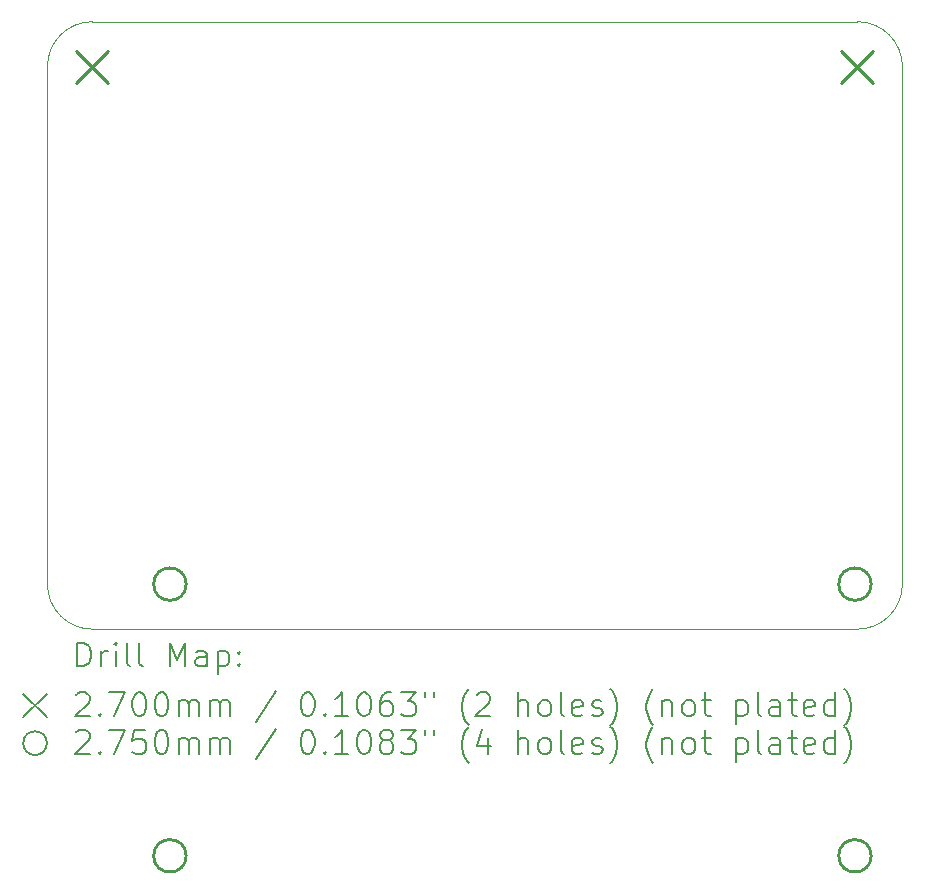
<source format=gbr>
%FSLAX45Y45*%
G04 Gerber Fmt 4.5, Leading zero omitted, Abs format (unit mm)*
G04 Created by KiCad (PCBNEW (6.0.0)) date 2022-02-07 22:24:20*
%MOMM*%
%LPD*%
G01*
G04 APERTURE LIST*
%TA.AperFunction,Profile*%
%ADD10C,0.100000*%
%TD*%
%ADD11C,0.200000*%
%ADD12C,0.270000*%
%ADD13C,0.275000*%
G04 APERTURE END LIST*
D10*
X9461500Y-4064000D02*
G75*
G03*
X9080500Y-4445000I0J-381000D01*
G01*
X9080500Y-8826500D02*
X9080500Y-4445000D01*
X9080500Y-8826500D02*
G75*
G03*
X9461500Y-9207500I381000J0D01*
G01*
X9461500Y-4064000D02*
X15938500Y-4064000D01*
X15938500Y-9207500D02*
G75*
G03*
X16319500Y-8826500I0J381000D01*
G01*
X16319500Y-4445000D02*
X16319500Y-8826500D01*
X15938500Y-9207500D02*
X9461500Y-9207500D01*
X16319500Y-4445000D02*
G75*
G03*
X15938500Y-4064000I-381000J0D01*
G01*
D11*
D12*
X9326500Y-4310000D02*
X9596500Y-4580000D01*
X9596500Y-4310000D02*
X9326500Y-4580000D01*
X15803500Y-4310000D02*
X16073500Y-4580000D01*
X16073500Y-4310000D02*
X15803500Y-4580000D01*
D13*
X10255000Y-8826500D02*
G75*
G03*
X10255000Y-8826500I-137500J0D01*
G01*
X10255000Y-11126500D02*
G75*
G03*
X10255000Y-11126500I-137500J0D01*
G01*
X16055000Y-8826500D02*
G75*
G03*
X16055000Y-8826500I-137500J0D01*
G01*
X16055000Y-11126500D02*
G75*
G03*
X16055000Y-11126500I-137500J0D01*
G01*
D11*
X9333119Y-9522976D02*
X9333119Y-9322976D01*
X9380738Y-9322976D01*
X9409310Y-9332500D01*
X9428357Y-9351548D01*
X9437881Y-9370595D01*
X9447405Y-9408690D01*
X9447405Y-9437262D01*
X9437881Y-9475357D01*
X9428357Y-9494405D01*
X9409310Y-9513452D01*
X9380738Y-9522976D01*
X9333119Y-9522976D01*
X9533119Y-9522976D02*
X9533119Y-9389643D01*
X9533119Y-9427738D02*
X9542643Y-9408690D01*
X9552167Y-9399167D01*
X9571214Y-9389643D01*
X9590262Y-9389643D01*
X9656929Y-9522976D02*
X9656929Y-9389643D01*
X9656929Y-9322976D02*
X9647405Y-9332500D01*
X9656929Y-9342024D01*
X9666452Y-9332500D01*
X9656929Y-9322976D01*
X9656929Y-9342024D01*
X9780738Y-9522976D02*
X9761690Y-9513452D01*
X9752167Y-9494405D01*
X9752167Y-9322976D01*
X9885500Y-9522976D02*
X9866452Y-9513452D01*
X9856929Y-9494405D01*
X9856929Y-9322976D01*
X10114071Y-9522976D02*
X10114071Y-9322976D01*
X10180738Y-9465833D01*
X10247405Y-9322976D01*
X10247405Y-9522976D01*
X10428357Y-9522976D02*
X10428357Y-9418214D01*
X10418833Y-9399167D01*
X10399786Y-9389643D01*
X10361690Y-9389643D01*
X10342643Y-9399167D01*
X10428357Y-9513452D02*
X10409310Y-9522976D01*
X10361690Y-9522976D01*
X10342643Y-9513452D01*
X10333119Y-9494405D01*
X10333119Y-9475357D01*
X10342643Y-9456310D01*
X10361690Y-9446786D01*
X10409310Y-9446786D01*
X10428357Y-9437262D01*
X10523595Y-9389643D02*
X10523595Y-9589643D01*
X10523595Y-9399167D02*
X10542643Y-9389643D01*
X10580738Y-9389643D01*
X10599786Y-9399167D01*
X10609310Y-9408690D01*
X10618833Y-9427738D01*
X10618833Y-9484881D01*
X10609310Y-9503929D01*
X10599786Y-9513452D01*
X10580738Y-9522976D01*
X10542643Y-9522976D01*
X10523595Y-9513452D01*
X10704548Y-9503929D02*
X10714071Y-9513452D01*
X10704548Y-9522976D01*
X10695024Y-9513452D01*
X10704548Y-9503929D01*
X10704548Y-9522976D01*
X10704548Y-9399167D02*
X10714071Y-9408690D01*
X10704548Y-9418214D01*
X10695024Y-9408690D01*
X10704548Y-9399167D01*
X10704548Y-9418214D01*
X8875500Y-9752500D02*
X9075500Y-9952500D01*
X9075500Y-9752500D02*
X8875500Y-9952500D01*
X9323595Y-9762024D02*
X9333119Y-9752500D01*
X9352167Y-9742976D01*
X9399786Y-9742976D01*
X9418833Y-9752500D01*
X9428357Y-9762024D01*
X9437881Y-9781071D01*
X9437881Y-9800119D01*
X9428357Y-9828690D01*
X9314071Y-9942976D01*
X9437881Y-9942976D01*
X9523595Y-9923929D02*
X9533119Y-9933452D01*
X9523595Y-9942976D01*
X9514071Y-9933452D01*
X9523595Y-9923929D01*
X9523595Y-9942976D01*
X9599786Y-9742976D02*
X9733119Y-9742976D01*
X9647405Y-9942976D01*
X9847405Y-9742976D02*
X9866452Y-9742976D01*
X9885500Y-9752500D01*
X9895024Y-9762024D01*
X9904548Y-9781071D01*
X9914071Y-9819167D01*
X9914071Y-9866786D01*
X9904548Y-9904881D01*
X9895024Y-9923929D01*
X9885500Y-9933452D01*
X9866452Y-9942976D01*
X9847405Y-9942976D01*
X9828357Y-9933452D01*
X9818833Y-9923929D01*
X9809310Y-9904881D01*
X9799786Y-9866786D01*
X9799786Y-9819167D01*
X9809310Y-9781071D01*
X9818833Y-9762024D01*
X9828357Y-9752500D01*
X9847405Y-9742976D01*
X10037881Y-9742976D02*
X10056929Y-9742976D01*
X10075976Y-9752500D01*
X10085500Y-9762024D01*
X10095024Y-9781071D01*
X10104548Y-9819167D01*
X10104548Y-9866786D01*
X10095024Y-9904881D01*
X10085500Y-9923929D01*
X10075976Y-9933452D01*
X10056929Y-9942976D01*
X10037881Y-9942976D01*
X10018833Y-9933452D01*
X10009310Y-9923929D01*
X9999786Y-9904881D01*
X9990262Y-9866786D01*
X9990262Y-9819167D01*
X9999786Y-9781071D01*
X10009310Y-9762024D01*
X10018833Y-9752500D01*
X10037881Y-9742976D01*
X10190262Y-9942976D02*
X10190262Y-9809643D01*
X10190262Y-9828690D02*
X10199786Y-9819167D01*
X10218833Y-9809643D01*
X10247405Y-9809643D01*
X10266452Y-9819167D01*
X10275976Y-9838214D01*
X10275976Y-9942976D01*
X10275976Y-9838214D02*
X10285500Y-9819167D01*
X10304548Y-9809643D01*
X10333119Y-9809643D01*
X10352167Y-9819167D01*
X10361690Y-9838214D01*
X10361690Y-9942976D01*
X10456929Y-9942976D02*
X10456929Y-9809643D01*
X10456929Y-9828690D02*
X10466452Y-9819167D01*
X10485500Y-9809643D01*
X10514071Y-9809643D01*
X10533119Y-9819167D01*
X10542643Y-9838214D01*
X10542643Y-9942976D01*
X10542643Y-9838214D02*
X10552167Y-9819167D01*
X10571214Y-9809643D01*
X10599786Y-9809643D01*
X10618833Y-9819167D01*
X10628357Y-9838214D01*
X10628357Y-9942976D01*
X11018833Y-9733452D02*
X10847405Y-9990595D01*
X11275976Y-9742976D02*
X11295024Y-9742976D01*
X11314071Y-9752500D01*
X11323595Y-9762024D01*
X11333119Y-9781071D01*
X11342643Y-9819167D01*
X11342643Y-9866786D01*
X11333119Y-9904881D01*
X11323595Y-9923929D01*
X11314071Y-9933452D01*
X11295024Y-9942976D01*
X11275976Y-9942976D01*
X11256928Y-9933452D01*
X11247405Y-9923929D01*
X11237881Y-9904881D01*
X11228357Y-9866786D01*
X11228357Y-9819167D01*
X11237881Y-9781071D01*
X11247405Y-9762024D01*
X11256928Y-9752500D01*
X11275976Y-9742976D01*
X11428357Y-9923929D02*
X11437881Y-9933452D01*
X11428357Y-9942976D01*
X11418833Y-9933452D01*
X11428357Y-9923929D01*
X11428357Y-9942976D01*
X11628357Y-9942976D02*
X11514071Y-9942976D01*
X11571214Y-9942976D02*
X11571214Y-9742976D01*
X11552167Y-9771548D01*
X11533119Y-9790595D01*
X11514071Y-9800119D01*
X11752167Y-9742976D02*
X11771214Y-9742976D01*
X11790262Y-9752500D01*
X11799786Y-9762024D01*
X11809309Y-9781071D01*
X11818833Y-9819167D01*
X11818833Y-9866786D01*
X11809309Y-9904881D01*
X11799786Y-9923929D01*
X11790262Y-9933452D01*
X11771214Y-9942976D01*
X11752167Y-9942976D01*
X11733119Y-9933452D01*
X11723595Y-9923929D01*
X11714071Y-9904881D01*
X11704548Y-9866786D01*
X11704548Y-9819167D01*
X11714071Y-9781071D01*
X11723595Y-9762024D01*
X11733119Y-9752500D01*
X11752167Y-9742976D01*
X11990262Y-9742976D02*
X11952167Y-9742976D01*
X11933119Y-9752500D01*
X11923595Y-9762024D01*
X11904548Y-9790595D01*
X11895024Y-9828690D01*
X11895024Y-9904881D01*
X11904548Y-9923929D01*
X11914071Y-9933452D01*
X11933119Y-9942976D01*
X11971214Y-9942976D01*
X11990262Y-9933452D01*
X11999786Y-9923929D01*
X12009309Y-9904881D01*
X12009309Y-9857262D01*
X11999786Y-9838214D01*
X11990262Y-9828690D01*
X11971214Y-9819167D01*
X11933119Y-9819167D01*
X11914071Y-9828690D01*
X11904548Y-9838214D01*
X11895024Y-9857262D01*
X12075976Y-9742976D02*
X12199786Y-9742976D01*
X12133119Y-9819167D01*
X12161690Y-9819167D01*
X12180738Y-9828690D01*
X12190262Y-9838214D01*
X12199786Y-9857262D01*
X12199786Y-9904881D01*
X12190262Y-9923929D01*
X12180738Y-9933452D01*
X12161690Y-9942976D01*
X12104548Y-9942976D01*
X12085500Y-9933452D01*
X12075976Y-9923929D01*
X12275976Y-9742976D02*
X12275976Y-9781071D01*
X12352167Y-9742976D02*
X12352167Y-9781071D01*
X12647405Y-10019167D02*
X12637881Y-10009643D01*
X12618833Y-9981071D01*
X12609309Y-9962024D01*
X12599786Y-9933452D01*
X12590262Y-9885833D01*
X12590262Y-9847738D01*
X12599786Y-9800119D01*
X12609309Y-9771548D01*
X12618833Y-9752500D01*
X12637881Y-9723929D01*
X12647405Y-9714405D01*
X12714071Y-9762024D02*
X12723595Y-9752500D01*
X12742643Y-9742976D01*
X12790262Y-9742976D01*
X12809309Y-9752500D01*
X12818833Y-9762024D01*
X12828357Y-9781071D01*
X12828357Y-9800119D01*
X12818833Y-9828690D01*
X12704548Y-9942976D01*
X12828357Y-9942976D01*
X13066452Y-9942976D02*
X13066452Y-9742976D01*
X13152167Y-9942976D02*
X13152167Y-9838214D01*
X13142643Y-9819167D01*
X13123595Y-9809643D01*
X13095024Y-9809643D01*
X13075976Y-9819167D01*
X13066452Y-9828690D01*
X13275976Y-9942976D02*
X13256928Y-9933452D01*
X13247405Y-9923929D01*
X13237881Y-9904881D01*
X13237881Y-9847738D01*
X13247405Y-9828690D01*
X13256928Y-9819167D01*
X13275976Y-9809643D01*
X13304548Y-9809643D01*
X13323595Y-9819167D01*
X13333119Y-9828690D01*
X13342643Y-9847738D01*
X13342643Y-9904881D01*
X13333119Y-9923929D01*
X13323595Y-9933452D01*
X13304548Y-9942976D01*
X13275976Y-9942976D01*
X13456928Y-9942976D02*
X13437881Y-9933452D01*
X13428357Y-9914405D01*
X13428357Y-9742976D01*
X13609309Y-9933452D02*
X13590262Y-9942976D01*
X13552167Y-9942976D01*
X13533119Y-9933452D01*
X13523595Y-9914405D01*
X13523595Y-9838214D01*
X13533119Y-9819167D01*
X13552167Y-9809643D01*
X13590262Y-9809643D01*
X13609309Y-9819167D01*
X13618833Y-9838214D01*
X13618833Y-9857262D01*
X13523595Y-9876310D01*
X13695024Y-9933452D02*
X13714071Y-9942976D01*
X13752167Y-9942976D01*
X13771214Y-9933452D01*
X13780738Y-9914405D01*
X13780738Y-9904881D01*
X13771214Y-9885833D01*
X13752167Y-9876310D01*
X13723595Y-9876310D01*
X13704548Y-9866786D01*
X13695024Y-9847738D01*
X13695024Y-9838214D01*
X13704548Y-9819167D01*
X13723595Y-9809643D01*
X13752167Y-9809643D01*
X13771214Y-9819167D01*
X13847405Y-10019167D02*
X13856928Y-10009643D01*
X13875976Y-9981071D01*
X13885500Y-9962024D01*
X13895024Y-9933452D01*
X13904548Y-9885833D01*
X13904548Y-9847738D01*
X13895024Y-9800119D01*
X13885500Y-9771548D01*
X13875976Y-9752500D01*
X13856928Y-9723929D01*
X13847405Y-9714405D01*
X14209309Y-10019167D02*
X14199786Y-10009643D01*
X14180738Y-9981071D01*
X14171214Y-9962024D01*
X14161690Y-9933452D01*
X14152167Y-9885833D01*
X14152167Y-9847738D01*
X14161690Y-9800119D01*
X14171214Y-9771548D01*
X14180738Y-9752500D01*
X14199786Y-9723929D01*
X14209309Y-9714405D01*
X14285500Y-9809643D02*
X14285500Y-9942976D01*
X14285500Y-9828690D02*
X14295024Y-9819167D01*
X14314071Y-9809643D01*
X14342643Y-9809643D01*
X14361690Y-9819167D01*
X14371214Y-9838214D01*
X14371214Y-9942976D01*
X14495024Y-9942976D02*
X14475976Y-9933452D01*
X14466452Y-9923929D01*
X14456928Y-9904881D01*
X14456928Y-9847738D01*
X14466452Y-9828690D01*
X14475976Y-9819167D01*
X14495024Y-9809643D01*
X14523595Y-9809643D01*
X14542643Y-9819167D01*
X14552167Y-9828690D01*
X14561690Y-9847738D01*
X14561690Y-9904881D01*
X14552167Y-9923929D01*
X14542643Y-9933452D01*
X14523595Y-9942976D01*
X14495024Y-9942976D01*
X14618833Y-9809643D02*
X14695024Y-9809643D01*
X14647405Y-9742976D02*
X14647405Y-9914405D01*
X14656928Y-9933452D01*
X14675976Y-9942976D01*
X14695024Y-9942976D01*
X14914071Y-9809643D02*
X14914071Y-10009643D01*
X14914071Y-9819167D02*
X14933119Y-9809643D01*
X14971214Y-9809643D01*
X14990262Y-9819167D01*
X14999786Y-9828690D01*
X15009309Y-9847738D01*
X15009309Y-9904881D01*
X14999786Y-9923929D01*
X14990262Y-9933452D01*
X14971214Y-9942976D01*
X14933119Y-9942976D01*
X14914071Y-9933452D01*
X15123595Y-9942976D02*
X15104548Y-9933452D01*
X15095024Y-9914405D01*
X15095024Y-9742976D01*
X15285500Y-9942976D02*
X15285500Y-9838214D01*
X15275976Y-9819167D01*
X15256928Y-9809643D01*
X15218833Y-9809643D01*
X15199786Y-9819167D01*
X15285500Y-9933452D02*
X15266452Y-9942976D01*
X15218833Y-9942976D01*
X15199786Y-9933452D01*
X15190262Y-9914405D01*
X15190262Y-9895357D01*
X15199786Y-9876310D01*
X15218833Y-9866786D01*
X15266452Y-9866786D01*
X15285500Y-9857262D01*
X15352167Y-9809643D02*
X15428357Y-9809643D01*
X15380738Y-9742976D02*
X15380738Y-9914405D01*
X15390262Y-9933452D01*
X15409309Y-9942976D01*
X15428357Y-9942976D01*
X15571214Y-9933452D02*
X15552167Y-9942976D01*
X15514071Y-9942976D01*
X15495024Y-9933452D01*
X15485500Y-9914405D01*
X15485500Y-9838214D01*
X15495024Y-9819167D01*
X15514071Y-9809643D01*
X15552167Y-9809643D01*
X15571214Y-9819167D01*
X15580738Y-9838214D01*
X15580738Y-9857262D01*
X15485500Y-9876310D01*
X15752167Y-9942976D02*
X15752167Y-9742976D01*
X15752167Y-9933452D02*
X15733119Y-9942976D01*
X15695024Y-9942976D01*
X15675976Y-9933452D01*
X15666452Y-9923929D01*
X15656928Y-9904881D01*
X15656928Y-9847738D01*
X15666452Y-9828690D01*
X15675976Y-9819167D01*
X15695024Y-9809643D01*
X15733119Y-9809643D01*
X15752167Y-9819167D01*
X15828357Y-10019167D02*
X15837881Y-10009643D01*
X15856928Y-9981071D01*
X15866452Y-9962024D01*
X15875976Y-9933452D01*
X15885500Y-9885833D01*
X15885500Y-9847738D01*
X15875976Y-9800119D01*
X15866452Y-9771548D01*
X15856928Y-9752500D01*
X15837881Y-9723929D01*
X15828357Y-9714405D01*
X9075500Y-10172500D02*
G75*
G03*
X9075500Y-10172500I-100000J0D01*
G01*
X9323595Y-10082024D02*
X9333119Y-10072500D01*
X9352167Y-10062976D01*
X9399786Y-10062976D01*
X9418833Y-10072500D01*
X9428357Y-10082024D01*
X9437881Y-10101071D01*
X9437881Y-10120119D01*
X9428357Y-10148690D01*
X9314071Y-10262976D01*
X9437881Y-10262976D01*
X9523595Y-10243929D02*
X9533119Y-10253452D01*
X9523595Y-10262976D01*
X9514071Y-10253452D01*
X9523595Y-10243929D01*
X9523595Y-10262976D01*
X9599786Y-10062976D02*
X9733119Y-10062976D01*
X9647405Y-10262976D01*
X9904548Y-10062976D02*
X9809310Y-10062976D01*
X9799786Y-10158214D01*
X9809310Y-10148690D01*
X9828357Y-10139167D01*
X9875976Y-10139167D01*
X9895024Y-10148690D01*
X9904548Y-10158214D01*
X9914071Y-10177262D01*
X9914071Y-10224881D01*
X9904548Y-10243929D01*
X9895024Y-10253452D01*
X9875976Y-10262976D01*
X9828357Y-10262976D01*
X9809310Y-10253452D01*
X9799786Y-10243929D01*
X10037881Y-10062976D02*
X10056929Y-10062976D01*
X10075976Y-10072500D01*
X10085500Y-10082024D01*
X10095024Y-10101071D01*
X10104548Y-10139167D01*
X10104548Y-10186786D01*
X10095024Y-10224881D01*
X10085500Y-10243929D01*
X10075976Y-10253452D01*
X10056929Y-10262976D01*
X10037881Y-10262976D01*
X10018833Y-10253452D01*
X10009310Y-10243929D01*
X9999786Y-10224881D01*
X9990262Y-10186786D01*
X9990262Y-10139167D01*
X9999786Y-10101071D01*
X10009310Y-10082024D01*
X10018833Y-10072500D01*
X10037881Y-10062976D01*
X10190262Y-10262976D02*
X10190262Y-10129643D01*
X10190262Y-10148690D02*
X10199786Y-10139167D01*
X10218833Y-10129643D01*
X10247405Y-10129643D01*
X10266452Y-10139167D01*
X10275976Y-10158214D01*
X10275976Y-10262976D01*
X10275976Y-10158214D02*
X10285500Y-10139167D01*
X10304548Y-10129643D01*
X10333119Y-10129643D01*
X10352167Y-10139167D01*
X10361690Y-10158214D01*
X10361690Y-10262976D01*
X10456929Y-10262976D02*
X10456929Y-10129643D01*
X10456929Y-10148690D02*
X10466452Y-10139167D01*
X10485500Y-10129643D01*
X10514071Y-10129643D01*
X10533119Y-10139167D01*
X10542643Y-10158214D01*
X10542643Y-10262976D01*
X10542643Y-10158214D02*
X10552167Y-10139167D01*
X10571214Y-10129643D01*
X10599786Y-10129643D01*
X10618833Y-10139167D01*
X10628357Y-10158214D01*
X10628357Y-10262976D01*
X11018833Y-10053452D02*
X10847405Y-10310595D01*
X11275976Y-10062976D02*
X11295024Y-10062976D01*
X11314071Y-10072500D01*
X11323595Y-10082024D01*
X11333119Y-10101071D01*
X11342643Y-10139167D01*
X11342643Y-10186786D01*
X11333119Y-10224881D01*
X11323595Y-10243929D01*
X11314071Y-10253452D01*
X11295024Y-10262976D01*
X11275976Y-10262976D01*
X11256928Y-10253452D01*
X11247405Y-10243929D01*
X11237881Y-10224881D01*
X11228357Y-10186786D01*
X11228357Y-10139167D01*
X11237881Y-10101071D01*
X11247405Y-10082024D01*
X11256928Y-10072500D01*
X11275976Y-10062976D01*
X11428357Y-10243929D02*
X11437881Y-10253452D01*
X11428357Y-10262976D01*
X11418833Y-10253452D01*
X11428357Y-10243929D01*
X11428357Y-10262976D01*
X11628357Y-10262976D02*
X11514071Y-10262976D01*
X11571214Y-10262976D02*
X11571214Y-10062976D01*
X11552167Y-10091548D01*
X11533119Y-10110595D01*
X11514071Y-10120119D01*
X11752167Y-10062976D02*
X11771214Y-10062976D01*
X11790262Y-10072500D01*
X11799786Y-10082024D01*
X11809309Y-10101071D01*
X11818833Y-10139167D01*
X11818833Y-10186786D01*
X11809309Y-10224881D01*
X11799786Y-10243929D01*
X11790262Y-10253452D01*
X11771214Y-10262976D01*
X11752167Y-10262976D01*
X11733119Y-10253452D01*
X11723595Y-10243929D01*
X11714071Y-10224881D01*
X11704548Y-10186786D01*
X11704548Y-10139167D01*
X11714071Y-10101071D01*
X11723595Y-10082024D01*
X11733119Y-10072500D01*
X11752167Y-10062976D01*
X11933119Y-10148690D02*
X11914071Y-10139167D01*
X11904548Y-10129643D01*
X11895024Y-10110595D01*
X11895024Y-10101071D01*
X11904548Y-10082024D01*
X11914071Y-10072500D01*
X11933119Y-10062976D01*
X11971214Y-10062976D01*
X11990262Y-10072500D01*
X11999786Y-10082024D01*
X12009309Y-10101071D01*
X12009309Y-10110595D01*
X11999786Y-10129643D01*
X11990262Y-10139167D01*
X11971214Y-10148690D01*
X11933119Y-10148690D01*
X11914071Y-10158214D01*
X11904548Y-10167738D01*
X11895024Y-10186786D01*
X11895024Y-10224881D01*
X11904548Y-10243929D01*
X11914071Y-10253452D01*
X11933119Y-10262976D01*
X11971214Y-10262976D01*
X11990262Y-10253452D01*
X11999786Y-10243929D01*
X12009309Y-10224881D01*
X12009309Y-10186786D01*
X11999786Y-10167738D01*
X11990262Y-10158214D01*
X11971214Y-10148690D01*
X12075976Y-10062976D02*
X12199786Y-10062976D01*
X12133119Y-10139167D01*
X12161690Y-10139167D01*
X12180738Y-10148690D01*
X12190262Y-10158214D01*
X12199786Y-10177262D01*
X12199786Y-10224881D01*
X12190262Y-10243929D01*
X12180738Y-10253452D01*
X12161690Y-10262976D01*
X12104548Y-10262976D01*
X12085500Y-10253452D01*
X12075976Y-10243929D01*
X12275976Y-10062976D02*
X12275976Y-10101071D01*
X12352167Y-10062976D02*
X12352167Y-10101071D01*
X12647405Y-10339167D02*
X12637881Y-10329643D01*
X12618833Y-10301071D01*
X12609309Y-10282024D01*
X12599786Y-10253452D01*
X12590262Y-10205833D01*
X12590262Y-10167738D01*
X12599786Y-10120119D01*
X12609309Y-10091548D01*
X12618833Y-10072500D01*
X12637881Y-10043929D01*
X12647405Y-10034405D01*
X12809309Y-10129643D02*
X12809309Y-10262976D01*
X12761690Y-10053452D02*
X12714071Y-10196310D01*
X12837881Y-10196310D01*
X13066452Y-10262976D02*
X13066452Y-10062976D01*
X13152167Y-10262976D02*
X13152167Y-10158214D01*
X13142643Y-10139167D01*
X13123595Y-10129643D01*
X13095024Y-10129643D01*
X13075976Y-10139167D01*
X13066452Y-10148690D01*
X13275976Y-10262976D02*
X13256928Y-10253452D01*
X13247405Y-10243929D01*
X13237881Y-10224881D01*
X13237881Y-10167738D01*
X13247405Y-10148690D01*
X13256928Y-10139167D01*
X13275976Y-10129643D01*
X13304548Y-10129643D01*
X13323595Y-10139167D01*
X13333119Y-10148690D01*
X13342643Y-10167738D01*
X13342643Y-10224881D01*
X13333119Y-10243929D01*
X13323595Y-10253452D01*
X13304548Y-10262976D01*
X13275976Y-10262976D01*
X13456928Y-10262976D02*
X13437881Y-10253452D01*
X13428357Y-10234405D01*
X13428357Y-10062976D01*
X13609309Y-10253452D02*
X13590262Y-10262976D01*
X13552167Y-10262976D01*
X13533119Y-10253452D01*
X13523595Y-10234405D01*
X13523595Y-10158214D01*
X13533119Y-10139167D01*
X13552167Y-10129643D01*
X13590262Y-10129643D01*
X13609309Y-10139167D01*
X13618833Y-10158214D01*
X13618833Y-10177262D01*
X13523595Y-10196310D01*
X13695024Y-10253452D02*
X13714071Y-10262976D01*
X13752167Y-10262976D01*
X13771214Y-10253452D01*
X13780738Y-10234405D01*
X13780738Y-10224881D01*
X13771214Y-10205833D01*
X13752167Y-10196310D01*
X13723595Y-10196310D01*
X13704548Y-10186786D01*
X13695024Y-10167738D01*
X13695024Y-10158214D01*
X13704548Y-10139167D01*
X13723595Y-10129643D01*
X13752167Y-10129643D01*
X13771214Y-10139167D01*
X13847405Y-10339167D02*
X13856928Y-10329643D01*
X13875976Y-10301071D01*
X13885500Y-10282024D01*
X13895024Y-10253452D01*
X13904548Y-10205833D01*
X13904548Y-10167738D01*
X13895024Y-10120119D01*
X13885500Y-10091548D01*
X13875976Y-10072500D01*
X13856928Y-10043929D01*
X13847405Y-10034405D01*
X14209309Y-10339167D02*
X14199786Y-10329643D01*
X14180738Y-10301071D01*
X14171214Y-10282024D01*
X14161690Y-10253452D01*
X14152167Y-10205833D01*
X14152167Y-10167738D01*
X14161690Y-10120119D01*
X14171214Y-10091548D01*
X14180738Y-10072500D01*
X14199786Y-10043929D01*
X14209309Y-10034405D01*
X14285500Y-10129643D02*
X14285500Y-10262976D01*
X14285500Y-10148690D02*
X14295024Y-10139167D01*
X14314071Y-10129643D01*
X14342643Y-10129643D01*
X14361690Y-10139167D01*
X14371214Y-10158214D01*
X14371214Y-10262976D01*
X14495024Y-10262976D02*
X14475976Y-10253452D01*
X14466452Y-10243929D01*
X14456928Y-10224881D01*
X14456928Y-10167738D01*
X14466452Y-10148690D01*
X14475976Y-10139167D01*
X14495024Y-10129643D01*
X14523595Y-10129643D01*
X14542643Y-10139167D01*
X14552167Y-10148690D01*
X14561690Y-10167738D01*
X14561690Y-10224881D01*
X14552167Y-10243929D01*
X14542643Y-10253452D01*
X14523595Y-10262976D01*
X14495024Y-10262976D01*
X14618833Y-10129643D02*
X14695024Y-10129643D01*
X14647405Y-10062976D02*
X14647405Y-10234405D01*
X14656928Y-10253452D01*
X14675976Y-10262976D01*
X14695024Y-10262976D01*
X14914071Y-10129643D02*
X14914071Y-10329643D01*
X14914071Y-10139167D02*
X14933119Y-10129643D01*
X14971214Y-10129643D01*
X14990262Y-10139167D01*
X14999786Y-10148690D01*
X15009309Y-10167738D01*
X15009309Y-10224881D01*
X14999786Y-10243929D01*
X14990262Y-10253452D01*
X14971214Y-10262976D01*
X14933119Y-10262976D01*
X14914071Y-10253452D01*
X15123595Y-10262976D02*
X15104548Y-10253452D01*
X15095024Y-10234405D01*
X15095024Y-10062976D01*
X15285500Y-10262976D02*
X15285500Y-10158214D01*
X15275976Y-10139167D01*
X15256928Y-10129643D01*
X15218833Y-10129643D01*
X15199786Y-10139167D01*
X15285500Y-10253452D02*
X15266452Y-10262976D01*
X15218833Y-10262976D01*
X15199786Y-10253452D01*
X15190262Y-10234405D01*
X15190262Y-10215357D01*
X15199786Y-10196310D01*
X15218833Y-10186786D01*
X15266452Y-10186786D01*
X15285500Y-10177262D01*
X15352167Y-10129643D02*
X15428357Y-10129643D01*
X15380738Y-10062976D02*
X15380738Y-10234405D01*
X15390262Y-10253452D01*
X15409309Y-10262976D01*
X15428357Y-10262976D01*
X15571214Y-10253452D02*
X15552167Y-10262976D01*
X15514071Y-10262976D01*
X15495024Y-10253452D01*
X15485500Y-10234405D01*
X15485500Y-10158214D01*
X15495024Y-10139167D01*
X15514071Y-10129643D01*
X15552167Y-10129643D01*
X15571214Y-10139167D01*
X15580738Y-10158214D01*
X15580738Y-10177262D01*
X15485500Y-10196310D01*
X15752167Y-10262976D02*
X15752167Y-10062976D01*
X15752167Y-10253452D02*
X15733119Y-10262976D01*
X15695024Y-10262976D01*
X15675976Y-10253452D01*
X15666452Y-10243929D01*
X15656928Y-10224881D01*
X15656928Y-10167738D01*
X15666452Y-10148690D01*
X15675976Y-10139167D01*
X15695024Y-10129643D01*
X15733119Y-10129643D01*
X15752167Y-10139167D01*
X15828357Y-10339167D02*
X15837881Y-10329643D01*
X15856928Y-10301071D01*
X15866452Y-10282024D01*
X15875976Y-10253452D01*
X15885500Y-10205833D01*
X15885500Y-10167738D01*
X15875976Y-10120119D01*
X15866452Y-10091548D01*
X15856928Y-10072500D01*
X15837881Y-10043929D01*
X15828357Y-10034405D01*
M02*

</source>
